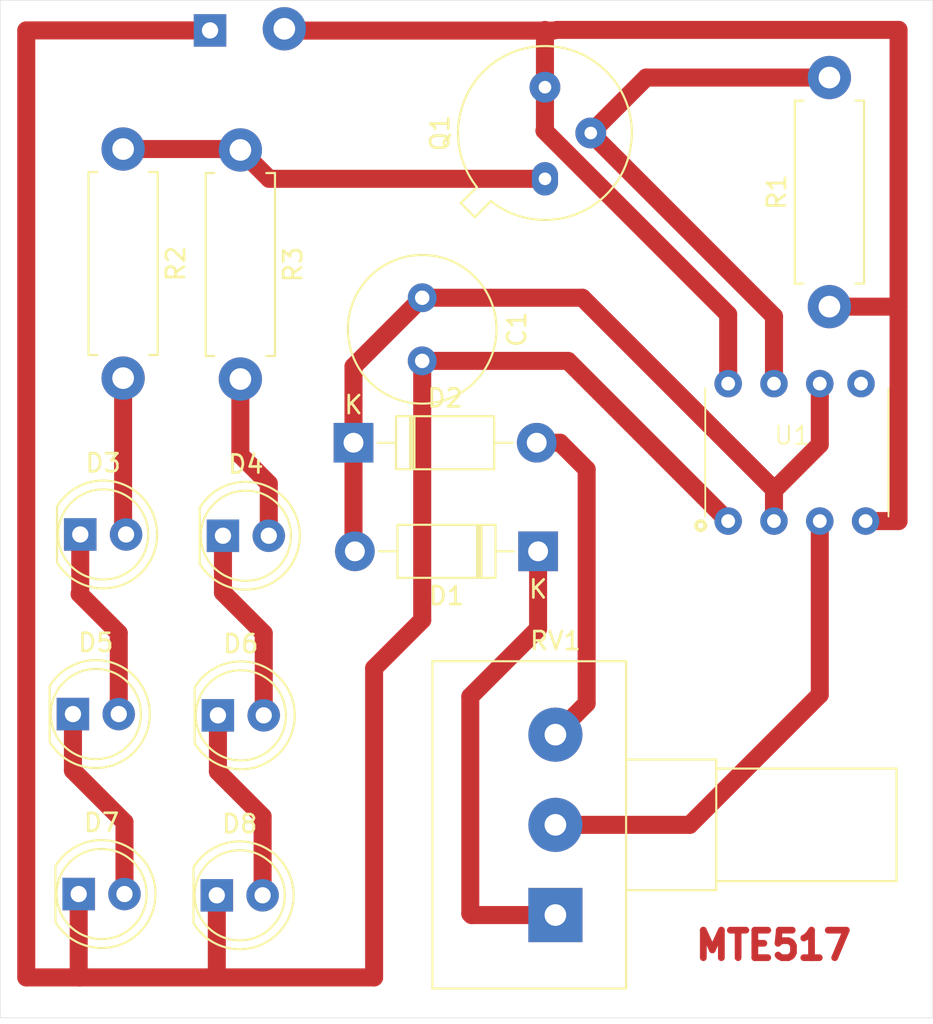
<source format=kicad_pcb>
(kicad_pcb (version 20221018) (generator pcbnew)
  (layers (0 "F.Cu" signal) (31 "B.Cu" signal) (34 "B.Paste" user) (35 "F.Paste" user) (36 "B.SilkS" user "B.Silkscreen") (37 "F.SilkS" user "F.Silkscreen") (38 "B.Mask" user) (39 "F.Mask" user) (44 "Edge.Cuts" user))
  (net 0 "")
  (net 1 "Net-(D1-A)")
  (net 2 "GND")
  (net 3 "Net-(D1-K)")
  (net 4 "Net-(D2-A)")
  (net 5 "Net-(D3-K)")
  (net 6 "Net-(D3-A)")
  (net 7 "Net-(D4-K)")
  (net 8 "Net-(D4-A)")
  (net 9 "Net-(D5-K)")
  (net 10 "Net-(D6-K)")
  (net 11 "Net-(Q1-E)")
  (net 12 "Net-(Q1-B)")
  (net 13 "VCC")
  (net 14 "Net-(U1-OUT)")
  (footprint "LED_THT:LED_D5.0mm" (layer "F.Cu") (at 121.1328 111.09)
    (fp_text reference "D8" (at 1.27 -3.96) (layer "F.SilkS"))
    (fp_text value "LED")
    (fp_line (start -1.29 -1.545) (end -1.29 1.545) (stroke (width 0.12)) (layer "F.SilkS"))
    (fp_arc (start -1.29 -1.54483) (mid 2.072002 -2.880433) (end 4.26 0.000462) (stroke (width 0.12)) (layer "F.SilkS"))
    (fp_arc (start 4.26 -0.000462) (mid 2.072002 2.880433) (end -1.29 1.54483) (stroke (width 0.12)) (layer "F.SilkS"))
    (fp_circle (center 1.27 0) (end 3.77 0) (stroke (width 0.12)) (fill none) (layer "F.SilkS"))
    (pad "1" thru_hole rect (at 0 0) (size 1.8 1.8) (drill 0.9) (layers "*.Cu" "*.Mask") (net 2 "GND"))
    (pad "2" thru_hole circle (at 2.54 0) (size 1.8 1.8) (drill 0.9) (layers "*.Cu" "*.Mask") (net 10 "Net-(D6-K)"))
  )
  (footprint "LED_THT:LED_D5.0mm" (layer "F.Cu") (at 113.1554 101.0424)
    (fp_text reference "D5" (at 1.27 -3.96) (layer "F.SilkS"))
    (fp_text value "LED")
    (fp_line (start -1.29 -1.545) (end -1.29 1.545) (stroke (width 0.12)) (layer "F.SilkS"))
    (fp_arc (start -1.29 -1.54483) (mid 2.072002 -2.880433) (end 4.26 0.000462) (stroke (width 0.12)) (layer "F.SilkS"))
    (fp_arc (start 4.26 -0.000462) (mid 2.072002 2.880433) (end -1.29 1.54483) (stroke (width 0.12)) (layer "F.SilkS"))
    (fp_circle (center 1.27 0) (end 3.77 0) (stroke (width 0.12)) (fill none) (layer "F.SilkS"))
    (pad "1" thru_hole rect (at 0 0) (size 1.8 1.8) (drill 0.9) (layers "*.Cu" "*.Mask") (net 9 "Net-(D5-K)"))
    (pad "2" thru_hole circle (at 2.54 0) (size 1.8 1.8) (drill 0.9) (layers "*.Cu" "*.Mask") (net 5 "Net-(D3-K)"))
  )
  (footprint "Resistor_THT:R_Axial_DIN0411_L9.9mm_D3.6mm_P12.70mm_Horizontal" (layer "F.Cu") (at 115.9376 69.7188 -90)
    (fp_text reference "R2" (at 6.35 -2.92 -90) (layer "F.SilkS"))
    (fp_text value "R")
    (fp_line (start 1.28 -1.92) (end 11.42 -1.92) (stroke (width 0.12)) (layer "F.SilkS"))
    (fp_line (start 1.28 -1.44) (end 1.28 -1.92) (stroke (width 0.12)) (layer "F.SilkS"))
    (fp_line (start 1.28 1.44) (end 1.28 1.92) (stroke (width 0.12)) (layer "F.SilkS"))
    (fp_line (start 1.28 1.92) (end 11.42 1.92) (stroke (width 0.12)) (layer "F.SilkS"))
    (fp_line (start 11.42 -1.92) (end 11.42 -1.44) (stroke (width 0.12)) (layer "F.SilkS"))
    (fp_line (start 11.42 1.92) (end 11.42 1.44) (stroke (width 0.12)) (layer "F.SilkS"))
    (pad "1" thru_hole circle (at 0 0 270) (size 2.4 2.4) (drill 1.2) (layers "*.Cu" "*.Mask") (net 11 "Net-(Q1-E)"))
    (pad "2" thru_hole oval (at 12.7 0 270) (size 2.4 2.4) (drill 1.2) (layers "*.Cu" "*.Mask") (net 6 "Net-(D3-A)"))
  )
  (footprint "Resistor_THT:R_Axial_DIN0411_L9.9mm_D3.6mm_P12.70mm_Horizontal" (layer "F.Cu") (at 122.44 69.7696 -90)
    (fp_text reference "R3" (at 6.35 -2.92 -90) (layer "F.SilkS"))
    (fp_text value "R")
    (fp_line (start 1.28 -1.92) (end 11.42 -1.92) (stroke (width 0.12)) (layer "F.SilkS"))
    (fp_line (start 1.28 -1.44) (end 1.28 -1.92) (stroke (width 0.12)) (layer "F.SilkS"))
    (fp_line (start 1.28 1.44) (end 1.28 1.92) (stroke (width 0.12)) (layer "F.SilkS"))
    (fp_line (start 1.28 1.92) (end 11.42 1.92) (stroke (width 0.12)) (layer "F.SilkS"))
    (fp_line (start 11.42 -1.92) (end 11.42 -1.44) (stroke (width 0.12)) (layer "F.SilkS"))
    (fp_line (start 11.42 1.92) (end 11.42 1.44) (stroke (width 0.12)) (layer "F.SilkS"))
    (pad "1" thru_hole circle (at 0 0 270) (size 2.4 2.4) (drill 1.2) (layers "*.Cu" "*.Mask") (net 11 "Net-(Q1-E)"))
    (pad "2" thru_hole oval (at 12.7 0 270) (size 2.4 2.4) (drill 1.2) (layers "*.Cu" "*.Mask") (net 8 "Net-(D4-A)"))
  )
  (footprint "LED_THT:LED_D5.0mm" (layer "F.Cu") (at 113.5618 91.0856)
    (fp_text reference "D3" (at 1.27 -3.96) (layer "F.SilkS"))
    (fp_text value "LED")
    (fp_line (start -1.29 -1.545) (end -1.29 1.545) (stroke (width 0.12)) (layer "F.SilkS"))
    (fp_arc (start -1.29 -1.54483) (mid 2.072002 -2.880433) (end 4.26 0.000462) (stroke (width 0.12)) (layer "F.SilkS"))
    (fp_arc (start 4.26 -0.000462) (mid 2.072002 2.880433) (end -1.29 1.54483) (stroke (width 0.12)) (layer "F.SilkS"))
    (fp_circle (center 1.27 0) (end 3.77 0) (stroke (width 0.12)) (fill none) (layer "F.SilkS"))
    (pad "1" thru_hole rect (at 0 0) (size 1.8 1.8) (drill 0.9) (layers "*.Cu" "*.Mask") (net 5 "Net-(D3-K)"))
    (pad "2" thru_hole circle (at 2.54 0) (size 1.8 1.8) (drill 0.9) (layers "*.Cu" "*.Mask") (net 6 "Net-(D3-A)"))
  )
  (footprint "LED_THT:LED_D5.0mm" (layer "F.Cu") (at 121.4748 91.1564)
    (fp_text reference "D4" (at 1.27 -3.96) (layer "F.SilkS"))
    (fp_text value "LED")
    (fp_line (start -1.29 -1.545) (end -1.29 1.545) (stroke (width 0.12)) (layer "F.SilkS"))
    (fp_arc (start -1.29 -1.54483) (mid 2.072002 -2.880433) (end 4.26 0.000462) (stroke (width 0.12)) (layer "F.SilkS"))
    (fp_arc (start 4.26 -0.000462) (mid 2.072002 2.880433) (end -1.29 1.54483) (stroke (width 0.12)) (layer "F.SilkS"))
    (fp_circle (center 1.27 0) (end 3.77 0) (stroke (width 0.12)) (fill none) (layer "F.SilkS"))
    (pad "1" thru_hole rect (at 0 0) (size 1.8 1.8) (drill 0.9) (layers "*.Cu" "*.Mask") (net 7 "Net-(D4-K)"))
    (pad "2" thru_hole circle (at 2.54 0) (size 1.8 1.8) (drill 0.9) (layers "*.Cu" "*.Mask") (net 8 "Net-(D4-A)"))
  )
  (footprint "" (layer "F.Cu") (at 124.8772 63.0528)
    (fp_text reference "" (at 0 0) (layer "F.SilkS") (effects (font (size 1.27 1.27))))
    (fp_text value "" (at 0 0) (layer "F.SilkS") (effects (font (size 1.27 1.27))))
    (pad "1" thru_hole circle (at 0 0 90) (size 2.4 2.4) (drill 1.2) (layers "*.Cu" "*.Mask") (net 13 "VCC"))
  )
  (footprint "555_Badge:ICM7555-PDIP" (layer "F.Cu") (at 153.301634 86.5336)
    (fp_text reference "U1" (at -0.254 -0.9398 unlocked) (layer "F.SilkS") (effects (font (thickness 0.1))))
    (fp_text value "~")
    (fp_line (start -5.08 -3.556) (end -5.08 3.556) (stroke (width 0.1)) (layer "F.SilkS"))
    (fp_line (start 5.08 -3.556) (end 5.08 3.556) (stroke (width 0.1)) (layer "F.SilkS"))
    (fp_circle (center -5.334 4.064) (end -5.078733 4.064) (stroke (width 0.2032)) (fill none) (layer "F.SilkS"))
    (pad "1" thru_hole circle (at -3.81 3.81) (size 1.524 1.524) (drill 0.762) (layers "*.Cu" "*.Mask") (net 2 "GND"))
    (pad "2" thru_hole circle (at -1.27 3.81) (size 1.524 1.524) (drill 0.762) (layers "*.Cu" "*.Mask") (net 1 "Net-(D1-A)"))
    (pad "3" thru_hole circle (at 1.27 3.81) (size 1.524 1.524) (drill 0.762) (layers "*.Cu" "*.Mask") (net 14 "Net-(U1-OUT)"))
    (pad "4" thru_hole circle (at 3.81 3.81) (size 1.524 1.524) (drill 0.762) (layers "*.Cu" "*.Mask") (net 13 "VCC"))
    (pad "5" thru_hole circle (at 3.556 -3.81) (size 1.524 1.524) (drill 0.762) (layers "*.Cu" "*.Mask"))
    (pad "6" thru_hole circle (at 1.27 -3.81) (size 1.524 1.524) (drill 0.762) (layers "*.Cu" "*.Mask") (net 1 "Net-(D1-A)"))
    (pad "7" thru_hole circle (at -1.27 -3.81) (size 1.524 1.524) (drill 0.762) (layers "*.Cu" "*.Mask") (net 12 "Net-(Q1-B)"))
    (pad "8" thru_hole circle (at -3.81 -3.81) (size 1.524 1.524) (drill 0.762) (layers "*.Cu" "*.Mask") (net 13 "VCC"))
  )
  (footprint "Resistor_THT:R_Axial_DIN0411_L9.9mm_D3.6mm_P12.70mm_Horizontal" (layer "F.Cu") (at 155.1044 78.4564 90)
    (fp_text reference "R1" (at 6.35 -2.92 90) (layer "F.SilkS"))
    (fp_text value "R")
    (fp_line (start 1.28 -1.92) (end 11.42 -1.92) (stroke (width 0.12)) (layer "F.SilkS"))
    (fp_line (start 1.28 -1.44) (end 1.28 -1.92) (stroke (width 0.12)) (layer "F.SilkS"))
    (fp_line (start 1.28 1.44) (end 1.28 1.92) (stroke (width 0.12)) (layer "F.SilkS"))
    (fp_line (start 1.28 1.92) (end 11.42 1.92) (stroke (width 0.12)) (layer "F.SilkS"))
    (fp_line (start 11.42 -1.92) (end 11.42 -1.44) (stroke (width 0.12)) (layer "F.SilkS"))
    (fp_line (start 11.42 1.92) (end 11.42 1.44) (stroke (width 0.12)) (layer "F.SilkS"))
    (pad "1" thru_hole circle (at 0 0 90) (size 2.4 2.4) (drill 1.2) (layers "*.Cu" "*.Mask") (net 13 "VCC"))
    (pad "2" thru_hole oval (at 12.7 0 90) (size 2.4 2.4) (drill 1.2) (layers "*.Cu" "*.Mask") (net 12 "Net-(Q1-B)"))
  )
  (footprint "Diode_THT:D_DO-41_SOD81_P10.16mm_Horizontal" (layer "F.Cu") (at 128.7138 86.0002)
    (fp_text reference "D2" (at 5.08 -2.47) (layer "F.SilkS"))
    (fp_text value "1N4148")
    (fp_text user "K" (at 0 -2.1) (layer "F.SilkS"))
    (fp_line (start 1.34 0) (end 2.36 0) (stroke (width 0.12)) (layer "F.SilkS"))
    (fp_line (start 2.36 -1.47) (end 2.36 1.47) (stroke (width 0.12)) (layer "F.SilkS"))
    (fp_line (start 2.36 1.47) (end 7.8 1.47) (stroke (width 0.12)) (layer "F.SilkS"))
    (fp_line (start 3.14 -1.47) (end 3.14 1.47) (stroke (width 0.12)) (layer "F.SilkS"))
    (fp_line (start 3.26 -1.47) (end 3.26 1.47) (stroke (width 0.12)) (layer "F.SilkS"))
    (fp_line (start 3.38 -1.47) (end 3.38 1.47) (stroke (width 0.12)) (layer "F.SilkS"))
    (fp_line (start 7.8 -1.47) (end 2.36 -1.47) (stroke (width 0.12)) (layer "F.SilkS"))
    (fp_line (start 7.8 1.47) (end 7.8 -1.47) (stroke (width 0.12)) (layer "F.SilkS"))
    (fp_line (start 8.82 0) (end 7.8 0) (stroke (width 0.12)) (layer "F.SilkS"))
    (pad "1" thru_hole rect (at 0 0) (size 2.2 2.2) (drill 1.1) (layers "*.Cu" "*.Mask") (net 1 "Net-(D1-A)"))
    (pad "2" thru_hole oval (at 10.16 0) (size 2.2 2.2) (drill 1.1) (layers "*.Cu" "*.Mask") (net 4 "Net-(D2-A)"))
  )
  (footprint "Potentiometer_THT:Potentiometer_Alps_RK163_Single_Horizontal" (layer "F.Cu") (at 139.9104 112.1838 180)
    (fp_text reference "RV1" (at 0 15.2) (layer "F.SilkS"))
    (fp_text value "R_Potentiometer")
    (fp_line (start -18.92 8.12) (end -18.92 1.88) (stroke (width 0.12)) (layer "F.SilkS"))
    (fp_line (start -8.92 1.88) (end -18.92 1.88) (stroke (width 0.12)) (layer "F.SilkS"))
    (fp_line (start -8.92 8.12) (end -18.92 8.12) (stroke (width 0.12)) (layer "F.SilkS"))
    (fp_line (start -8.92 8.62) (end -8.92 1.38) (stroke (width 0.12)) (layer "F.SilkS"))
    (fp_line (start -3.92 1.38) (end -8.92 1.38) (stroke (width 0.12)) (layer "F.SilkS"))
    (fp_line (start -3.92 8.62) (end -8.92 8.62) (stroke (width 0.12)) (layer "F.SilkS"))
    (fp_line (start -3.92 14.07) (end -3.92 -4.07) (stroke (width 0.12)) (layer "F.SilkS"))
    (fp_line (start 6.82 -4.07) (end -3.92 -4.07) (stroke (width 0.12)) (layer "F.SilkS"))
    (fp_line (start 6.82 14.07) (end -3.92 14.07) (stroke (width 0.12)) (layer "F.SilkS"))
    (fp_line (start 6.82 14.07) (end 6.82 -4.07) (stroke (width 0.12)) (layer "F.SilkS"))
    (pad "1" thru_hole rect (at 0 0) (size 3 3) (drill 1.2) (layers "*.Cu" "*.Mask") (net 3 "Net-(D1-K)"))
    (pad "2" thru_hole circle (at 0 5) (size 3 3) (drill 1.2) (layers "*.Cu" "*.Mask") (net 14 "Net-(U1-OUT)"))
    (pad "3" thru_hole circle (at 0 10) (size 3 3) (drill 1.2) (layers "*.Cu" "*.Mask") (net 4 "Net-(D2-A)"))
  )
  (footprint "Diode_THT:D_DO-41_SOD81_P10.16mm_Horizontal" (layer "F.Cu") (at 138.95 92.02 180)
    (fp_text reference "D1" (at 5.08 -2.47 180) (layer "F.SilkS"))
    (fp_text value "1N4148")
    (fp_text user "K" (at 0 -2.1 180) (layer "F.SilkS"))
    (fp_line (start 1.34 0) (end 2.36 0) (stroke (width 0.12)) (layer "F.SilkS"))
    (fp_line (start 2.36 -1.47) (end 2.36 1.47) (stroke (width 0.12)) (layer "F.SilkS"))
    (fp_line (start 2.36 1.47) (end 7.8 1.47) (stroke (width 0.12)) (layer "F.SilkS"))
    (fp_line (start 3.14 -1.47) (end 3.14 1.47) (stroke (width 0.12)) (layer "F.SilkS"))
    (fp_line (start 3.26 -1.47) (end 3.26 1.47) (stroke (width 0.12)) (layer "F.SilkS"))
    (fp_line (start 3.38 -1.47) (end 3.38 1.47) (stroke (width 0.12)) (layer "F.SilkS"))
    (fp_line (start 7.8 -1.47) (end 2.36 -1.47) (stroke (width 0.12)) (layer "F.SilkS"))
    (fp_line (start 7.8 1.47) (end 7.8 -1.47) (stroke (width 0.12)) (layer "F.SilkS"))
    (fp_line (start 8.82 0) (end 7.8 0) (stroke (width 0.12)) (layer "F.SilkS"))
    (pad "1" thru_hole rect (at 0 0 180) (size 2.2 2.2) (drill 1.1) (layers "*.Cu" "*.Mask") (net 3 "Net-(D1-K)"))
    (pad "2" thru_hole oval (at 10.16 0 180) (size 2.2 2.2) (drill 1.1) (layers "*.Cu" "*.Mask") (net 1 "Net-(D1-A)"))
  )
  (footprint "" (layer "F.Cu") (at 120.7572 63.1428)
    (fp_text reference "" (at 0 0) (layer "F.SilkS") (effects (font (size 1.27 1.27))))
    (fp_text value "" (at 0 0) (layer "F.SilkS") (effects (font (size 1.27 1.27))))
    (pad "1" thru_hole rect (at 0 0) (size 1.8 1.8) (drill 0.9) (layers "*.Cu" "*.Mask") (net 2 "GND"))
  )
  (footprint "LED_THT:LED_D5.0mm" (layer "F.Cu") (at 121.1954 101.1132)
    (fp_text reference "D6" (at 1.27 -3.96) (layer "F.SilkS"))
    (fp_text value "LED")
    (fp_line (start -1.29 -1.545) (end -1.29 1.545) (stroke (width 0.12)) (layer "F.SilkS"))
    (fp_arc (start -1.29 -1.54483) (mid 2.072002 -2.880433) (end 4.26 0.000462) (stroke (width 0.12)) (layer "F.SilkS"))
    (fp_arc (start 4.26 -0.000462) (mid 2.072002 2.880433) (end -1.29 1.54483) (stroke (width 0.12)) (layer "F.SilkS"))
    (fp_circle (center 1.27 0) (end 3.77 0) (stroke (width 0.12)) (fill none) (layer "F.SilkS"))
    (pad "1" thru_hole rect (at 0 0) (size 1.8 1.8) (drill 0.9) (layers "*.Cu" "*.Mask") (net 10 "Net-(D6-K)"))
    (pad "2" thru_hole circle (at 2.54 0) (size 1.8 1.8) (drill 0.9) (layers "*.Cu" "*.Mask") (net 7 "Net-(D4-K)"))
  )
  (footprint "Capacitor_THT:C_Radial_D8.0mm_H11.5mm_P3.50mm" (layer "F.Cu") (at 132.5238 77.963 -90)
    (fp_text reference "C1" (at 1.75 -5.25 -90) (layer "F.SilkS"))
    (fp_text value "C")
    (fp_circle (center 1.75 0) (end 5.87 0) (stroke (width 0.12)) (fill none) (layer "F.SilkS"))
    (pad "1" thru_hole circle (at 0 0 270) (size 1.6 1.6) (drill 0.8) (layers "*.Cu" "*.Mask") (net 1 "Net-(D1-A)"))
    (pad "2" thru_hole circle (at 3.5 0 270) (size 1.6 1.6) (drill 0.8) (layers "*.Cu" "*.Mask") (net 2 "GND"))
  )
  (footprint "LED_THT:LED_D5.0mm" (layer "F.Cu") (at 113.4738 111.0192)
    (fp_text reference "D7" (at 1.27 -3.96) (layer "F.SilkS"))
    (fp_text value "LED")
    (fp_line (start -1.29 -1.545) (end -1.29 1.545) (stroke (width 0.12)) (layer "F.SilkS"))
    (fp_arc (start -1.29 -1.54483) (mid 2.072002 -2.880433) (end 4.26 0.000462) (stroke (width 0.12)) (layer "F.SilkS"))
    (fp_arc (start 4.26 -0.000462) (mid 2.072002 2.880433) (end -1.29 1.54483) (stroke (width 0.12)) (layer "F.SilkS"))
    (fp_circle (center 1.27 0) (end 3.77 0) (stroke (width 0.12)) (fill none) (layer "F.SilkS"))
    (pad "1" thru_hole rect (at 0 0) (size 1.8 1.8) (drill 0.9) (layers "*.Cu" "*.Mask") (net 2 "GND"))
    (pad "2" thru_hole circle (at 2.54 0) (size 1.8 1.8) (drill 0.9) (layers "*.Cu" "*.Mask") (net 9 "Net-(D5-K)"))
  )
  (footprint "Package_TO_SOT_THT:TO-39-3" (layer "F.Cu") (at 139.331 71.3698 90)
    (fp_text reference "Q1" (at 2.54 -5.82 90) (layer "F.SilkS"))
    (fp_text value "2N2219")
    (fp_line (start -2.125856 -3.888039) (end -1.234902 -2.997084) (stroke (width 0.12)) (layer "F.SilkS"))
    (fp_line (start -1.348039 -4.665856) (end -2.125856 -3.888039) (stroke (width 0.12)) (layer "F.SilkS"))
    (fp_line (start -0.457084 -3.774902) (end -1.348039 -4.665856) (stroke (width 0.12)) (layer "F.SilkS"))
    (fp_arc (start -0.457084 -3.774902) (mid 5.948125 3.408384) (end -1.234674 -2.997371) (stroke (width 0.12)) (layer "F.SilkS"))
    (pad "1" thru_hole oval (at 0 0 90) (size 1.854 1.454) (drill 0.7) (layers "*.Cu" "*.Mask") (net 11 "Net-(Q1-E)"))
    (pad "2" thru_hole circle (at 2.54 2.54 90) (size 1.708 1.708) (drill 0.7) (layers "*.Cu" "*.Mask") (net 12 "Net-(Q1-B)"))
    (pad "3" thru_hole circle (at 5.08 0 90) (size 1.708 1.708) (drill 0.7) (layers "*.Cu" "*.Mask") (net 13 "VCC"))
  )
  (gr_rect (start 109.1228 61.4694) (end 160.8372 117.8828) (stroke (width 0.0254)) (fill none) (layer "Edge.Cuts"))
  (gr_text "MTE517" (at 147.5098 114.753) (layer "F.Cu") (effects (font (size 1.524 1.5) (thickness 0.375) bold) (justify left bottom)))
  (segment (start 152.0564 88.6164) (end 152.031634 88.641166) (width 1) (layer "F.Cu") (net 1))
  (segment (start 154.571634 82.7236) (end 154.571634 86.101166) (width 1) (layer "F.Cu") (net 1))
  (segment (start 152.031634 88.641166) (end 152.031634 90.3436) (width 1) (layer "F.Cu") (net 1))
  (segment (start 141.403 77.963) (end 152.0564 88.6164) (width 1) (layer "F.Cu") (net 1))
  (segment (start 154.571634 86.101166) (end 152.0564 88.6164) (width 1) (layer "F.Cu") (net 1))
  (segment (start 128.7138 81.773) (end 128.7138 86.0002) (width 1) (layer "F.Cu") (net 1))
  (segment (start 132.5238 77.963) (end 141.403 77.963) (width 1) (layer "F.Cu") (net 1))
  (segment (start 132.5238 77.963) (end 128.7138 81.773) (width 1) (layer "F.Cu") (net 1))
  (segment (start 128.7138 86.0002) (end 128.7138 91.9438) (width 1) (layer "F.Cu") (net 1))
  (segment (start 128.7138 91.9438) (end 128.79 92.02) (width 1) (layer "F.Cu") (net 1))
  (segment (start 120.7572 63.1428) (end 110.5672 63.1428) (width 1) (layer "F.Cu") (net 2))
  (segment (start 129.8568 98.497) (end 129.8568 115.642) (width 1) (layer "F.Cu") (net 2))
  (segment (start 129.8568 115.642) (end 113.5264 115.642) (width 1) (layer "F.Cu") (net 2))
  (segment (start 110.5672 115.642) (end 113.5264 115.642) (width 1) (layer "F.Cu") (net 2))
  (segment (start 132.5238 81.463) (end 140.611034 81.463) (width 1) (layer "F.Cu") (net 2))
  (segment (start 140.611034 81.463) (end 149.491634 90.3436) (width 1) (layer "F.Cu") (net 2))
  (segment (start 132.5238 81.463) (end 132.5238 95.83) (width 1) (layer "F.Cu") (net 2))
  (segment (start 110.5672 63.1428) (end 110.5672 115.642) (width 1) (layer "F.Cu") (net 2))
  (segment (start 113.3972 115.5128) (end 113.4738 115.4362) (width 1) (layer "F.Cu") (net 2))
  (segment (start 113.5264 115.642) (end 113.3972 115.5128) (width 1) (layer "F.Cu") (net 2))
  (segment (start 121.1328 115.6048) (end 121.1328 111.09) (width 1) (layer "F.Cu") (net 2))
  (segment (start 113.4738 115.4362) (end 113.4738 111.0192) (width 1) (layer "F.Cu") (net 2))
  (segment (start 132.5238 95.83) (end 129.8568 98.497) (width 1) (layer "F.Cu") (net 2))
  (segment (start 120.7572 62.7728) (end 120.7672 62.7628) (width 1) (layer "F.Cu") (net 2))
  (segment (start 135.1908 112.1114) (end 135.2632 112.1838) (width 1) (layer "F.Cu") (net 3))
  (segment (start 138.95 92.02) (end 138.95 96.3126) (width 1) (layer "F.Cu") (net 3))
  (segment (start 135.2632 112.1838) (end 139.9104 112.1838) (width 1) (layer "F.Cu") (net 3))
  (segment (start 138.95 96.3126) (end 135.1908 100.0718) (width 1) (layer "F.Cu") (net 3))
  (segment (start 135.1908 100.0718) (end 135.1908 112.1114) (width 1) (layer "F.Cu") (net 3))
  (segment (start 139.9104 102.1838) (end 141.6424 100.4518) (width 1) (layer "F.Cu") (net 4))
  (segment (start 141.6424 100.4518) (end 141.6424 87.4734) (width 1) (layer "F.Cu") (net 4))
  (segment (start 140.1692 86.0002) (end 138.8738 86.0002) (width 1) (layer "F.Cu") (net 4))
  (segment (start 141.6424 87.4734) (end 140.1692 86.0002) (width 1) (layer "F.Cu") (net 4))
  (segment (start 115.6954 96.553) (end 115.6954 101.0424) (width 1) (layer "F.Cu") (net 5))
  (segment (start 113.5618 91.0856) (end 113.5618 94.345) (width 1) (layer "F.Cu") (net 5))
  (segment (start 113.5246 94.3822) (end 115.6954 96.553) (width 1) (layer "F.Cu") (net 5))
  (segment (start 113.5618 94.345) (end 113.5246 94.3822) (width 1) (layer "F.Cu") (net 5))
  (segment (start 115.9376 90.9214) (end 116.1018 91.0856) (width 1) (layer "F.Cu") (net 6))
  (segment (start 115.9376 82.4188) (end 115.9376 90.9214) (width 1) (layer "F.Cu") (net 6))
  (segment (start 121.4748 91.1564) (end 121.4748 94.306) (width 1) (layer "F.Cu") (net 7))
  (segment (start 123.7354 96.5666) (end 123.7354 101.1132) (width 1) (layer "F.Cu") (net 7))
  (segment (start 121.4748 94.306) (end 123.7354 96.5666) (width 1) (layer "F.Cu") (net 7))
  (segment (start 122.44 86.686) (end 122.44 82.4696) (width 1) (layer "F.Cu") (net 8))
  (segment (start 124.0148 91.1564) (end 124.0148 88.2608) (width 1) (layer "F.Cu") (net 8))
  (segment (start 124.0148 88.2608) (end 122.44 86.686) (width 1) (layer "F.Cu") (net 8))
  (segment (start 113.1554 101.0424) (end 113.1554 104.173) (width 1) (layer "F.Cu") (net 9))
  (segment (start 116.0138 107.0314) (end 116.0138 111.0192) (width 1) (layer "F.Cu") (net 9))
  (segment (start 113.1554 104.173) (end 116.0138 107.0314) (width 1) (layer "F.Cu") (net 9))
  (segment (start 123.6728 106.7148) (end 123.6728 111.09) (width 1) (layer "F.Cu") (net 10))
  (segment (start 121.1954 101.1132) (end 121.1954 104.2374) (width 1) (layer "F.Cu") (net 10))
  (segment (start 121.1954 104.2374) (end 123.6728 106.7148) (width 1) (layer "F.Cu") (net 10))
  (segment (start 122.3892 69.7188) (end 122.44 69.7696) (width 1) (layer "F.Cu") (net 11))
  (segment (start 115.9376 69.7188) (end 122.3892 69.7188) (width 1) (layer "F.Cu") (net 11))
  (segment (start 124.0402 71.3698) (end 122.44 69.7696) (width 1) (layer "F.Cu") (net 11))
  (segment (start 139.331 71.3698) (end 124.0402 71.3698) (width 1) (layer "F.Cu") (net 11))
  (segment (start 144.9444 65.7564) (end 141.871 68.8298) (width 1) (layer "F.Cu") (net 12))
  (segment (start 141.871 68.8298) (end 152.031634 78.990434) (width 1) (layer "F.Cu") (net 12))
  (segment (start 152.031634 78.990434) (end 152.031634 82.7236) (width 1) (layer "F.Cu") (net 12))
  (segment (start 155.1044 65.7564) (end 144.9444 65.7564) (width 1) (layer "F.Cu") (net 12))
  (segment (start 124.9772 63.1528) (end 139.8152 63.1528) (width 1) (layer "F.Cu") (net 13))
  (segment (start 124.8772 63.0528) (end 124.9772 63.1528) (width 1) (layer "F.Cu") (net 13))
  (segment (start 155.1044 78.4564) (end 158.9398 78.4564) (width 1) (layer "F.Cu") (net 13))
  (segment (start 139.9772 63.1148) (end 158.9398 63.1148) (width 1) (layer "F.Cu") (net 13))
  (segment (start 139.3056 68.7028) (end 139.331 68.6774) (width 1) (layer "F.Cu") (net 13))
  (segment (start 158.9398 63.1148) (end 158.9398 78.4564) (width 1) (layer "F.Cu") (net 13))
  (segment (start 149.491634 78.888834) (end 139.3056 68.7028) (width 1) (layer "F.Cu") (net 13))
  (segment (start 158.9398 90.3436) (end 157.111634 90.3436) (width 1) (layer "F.Cu") (net 13))
  (segment (start 158.9398 78.4564) (end 158.9398 90.3436) (width 1) (layer "F.Cu") (net 13))
  (segment (start 139.331 66.2898) (end 139.331 63.1148) (width 1) (layer "F.Cu") (net 13))
  (segment (start 139.331 68.6774) (end 139.331 66.2898) (width 1) (layer "F.Cu") (net 13))
  (segment (start 149.491634 82.7236) (end 149.491634 78.888834) (width 1) (layer "F.Cu") (net 13))
  (segment (start 147.3574 107.1838) (end 154.571634 99.969566) (width 1) (layer "F.Cu") (net 14))
  (segment (start 154.571 90.344234) (end 154.571634 90.3436) (width 1) (layer "F.Cu") (net 14))
  (segment (start 139.9104 107.1838) (end 147.3574 107.1838) (width 1) (layer "F.Cu") (net 14))
  (segment (start 154.571634 99.969566) (end 154.571634 90.3436) (width 1) (layer "F.Cu") (net 14))
)
</source>
